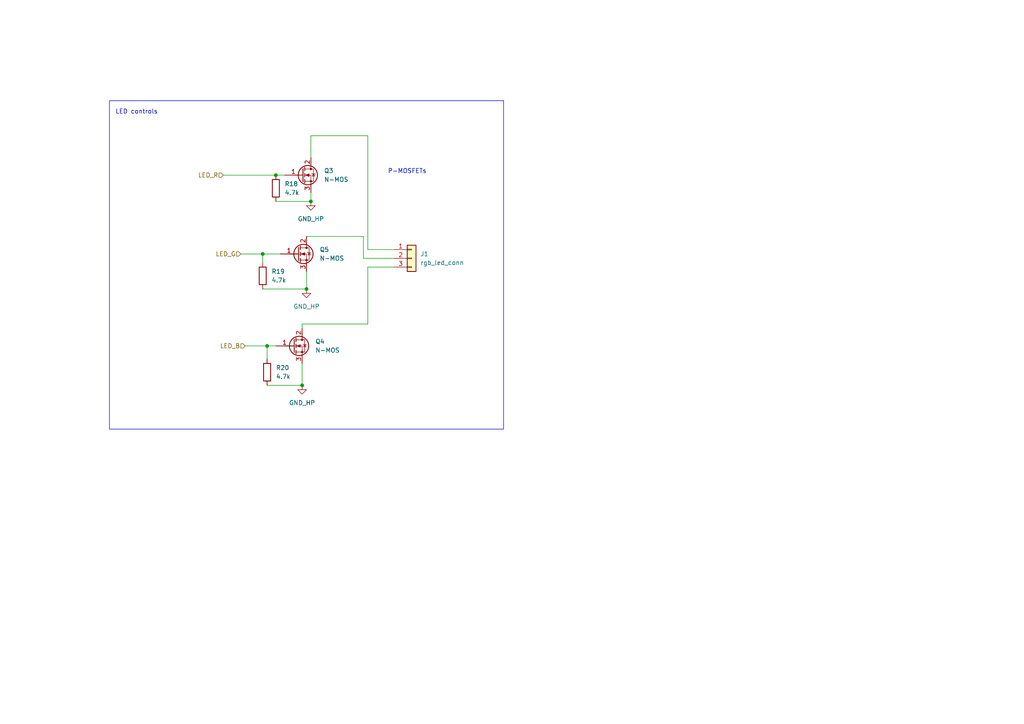
<source format=kicad_sch>
(kicad_sch (version 20231120) (generator "eeschema") (generator_version "8.0")
  (paper "A4")
  (lib_symbols
    (symbol "Connector_Generic:Conn_01x03" (pin_names (offset 1.016) hide)
      (property "Reference" "J" (at 0 5.08 0))
      (property "Value" "Conn_01x03" (at 0 -5.08 0))
      (symbol "Conn_01x03_1_1"
        (rectangle (start -1.27 -2.413) (end 0 -2.667) (stroke (width 0.1524)))
        (rectangle (start -1.27 0.127) (end 0 -0.127) (stroke (width 0.1524)))
        (rectangle (start -1.27 2.667) (end 0 2.413) (stroke (width 0.1524)))
        (rectangle (start -1.27 3.81) (end 1.27 -3.81) (stroke (width 0.254)) (fill (type background)))
        (pin passive line (at -5.08 2.54 0) (length 3.81) (name "Pin_1") (number "1"))
        (pin passive line (at -5.08 0 0) (length 3.81) (name "Pin_2") (number "2"))
        (pin passive line (at -5.08 -2.54 0) (length 3.81) (name "Pin_3") (number "3"))
      )
    )
    (symbol "Device:R" (pin_numbers hide) (pin_names (offset 0))
      (property "Reference" "R" (at 2.032 0 90))
      (property "Value" "R" (at 0 0 90))
      (symbol "R_0_1"
        (rectangle (start -1.016 -2.54) (end 1.016 2.54) (stroke (width 0.254)))
      )
      (symbol "R_1_1"
        (pin passive line (at 0 3.81 270) (length 1.27) (name "~") (number "1"))
        (pin passive line (at 0 -3.81 90) (length 1.27) (name "~") (number "2"))
      )
    )
    (symbol "Transistor_FET:BSP129" (pin_names hide)
      (property "Reference" "Q" (at 5.08 1.905 0))
      (property "Value" "BSP129" (at 5.08 0 0))
      (symbol "BSP129_0_1"
        (polyline (pts (xy 0.254 0) (xy -2.54 0)))
        (polyline (pts (xy 0.254 1.905) (xy 0.254 -1.905)) (stroke (width 0.254)))
        (polyline (pts (xy 0.762 -1.27) (xy 0.762 -2.286)) (stroke (width 0.254)))
        (polyline (pts (xy 0.762 0.508) (xy 0.762 -0.508)) (stroke (width 0.254)))
        (polyline (pts (xy 0.762 2.286) (xy 0.762 1.27)) (stroke (width 0.254)))
        (polyline (pts (xy 2.54 2.54) (xy 2.54 1.778)))
        (polyline (pts (xy 2.54 -2.54) (xy 2.54 0) (xy 0.762 0)))
        (polyline (pts (xy 0.762 -1.778) (xy 3.302 -1.778) (xy 3.302 1.778) (xy 0.762 1.778)))
        (polyline (pts (xy 1.016 0) (xy 2.032 0.381) (xy 2.032 -0.381) (xy 1.016 0)) (fill (type outline)))
        (polyline (pts (xy 2.794 0.508) (xy 2.921 0.381) (xy 3.683 0.381) (xy 3.81 0.254)))
        (polyline (pts (xy 3.302 0.381) (xy 2.921 -0.254) (xy 3.683 -0.254) (xy 3.302 0.381)))
        (circle (center 1.651 0) (radius 2.794) (stroke (width 0.254)))
        (circle (center 2.54 -1.778) (radius 0.254) (fill (type outline)))
        (circle (center 2.54 1.778) (radius 0.254) (fill (type outline)))
      )
      (symbol "BSP129_1_1"
        (pin input line (at -5.08 0 0) (length 5.08) (name "G") (number "1"))
        (pin passive line (at 2.54 5.08 270) (length 2.54) (name "D") (number "2"))
        (pin passive line (at 2.54 -5.08 90) (length 2.54) (name "S") (number "3"))
      )
    )
    (symbol "power:GND1" (power) (pin_numbers hide) (pin_names (offset 0) hide)
      (property "Value" "GND1" (at 0 -3.81 0))
      (symbol "GND1_0_1"
        (polyline (pts (xy 0 0) (xy 0 -1.27) (xy 1.27 -1.27) (xy 0 -2.54) (xy -1.27 -1.27) (xy 0 -1.27)))
      )
      (symbol "GND1_1_1"
        (pin power_in line (at 0 0 270) (length 0) (name "~") (number "1"))
      )
    )
  )
  (junction (at 80.01 50.8))
  (junction (at 76.2 73.66))
  (junction (at 90.17 58.42))
  (junction (at 87.63 111.76))
  (junction (at 77.47 100.33))
  (junction (at 88.9 83.82))
  (wire (pts (xy 76.2 73.66) (xy 81.28 73.66)))
  (wire (pts (xy 114.3 72.39) (xy 106.68 72.39)))
  (wire (pts (xy 106.68 39.37) (xy 90.17 39.37)))
  (wire (pts (xy 77.47 100.33) (xy 80.01 100.33)))
  (wire (pts (xy 69.85 73.66) (xy 76.2 73.66)))
  (wire (pts (xy 106.68 39.37) (xy 106.68 72.39)))
  (wire (pts (xy 64.77 50.8) (xy 80.01 50.8)))
  (wire (pts (xy 87.63 105.41) (xy 87.63 111.76)))
  (wire (pts (xy 87.63 93.98) (xy 106.68 93.98)))
  (wire (pts (xy 80.01 50.8) (xy 82.55 50.8)))
  (wire (pts (xy 88.9 68.58) (xy 105.41 68.58)))
  (wire (pts (xy 76.2 73.66) (xy 76.2 76.2)))
  (wire (pts (xy 106.68 93.98) (xy 106.68 77.47)))
  (wire (pts (xy 105.41 68.58) (xy 105.41 74.93)))
  (wire (pts (xy 105.41 74.93) (xy 114.3 74.93)))
  (wire (pts (xy 77.47 100.33) (xy 77.47 104.14)))
  (wire (pts (xy 77.47 111.76) (xy 87.63 111.76)))
  (wire (pts (xy 87.63 95.25) (xy 87.63 93.98)))
  (wire (pts (xy 88.9 78.74) (xy 88.9 83.82)))
  (wire (pts (xy 76.2 83.82) (xy 88.9 83.82)))
  (wire (pts (xy 90.17 58.42) (xy 90.17 55.88)))
  (wire (pts (xy 106.68 77.47) (xy 114.3 77.47)))
  (wire (pts (xy 71.12 100.33) (xy 77.47 100.33)))
  (wire (pts (xy 80.01 58.42) (xy 90.17 58.42)))
  (wire (pts (xy 90.17 39.37) (xy 90.17 45.72)))
  (rectangle (start 31.75 29.21) (end 146.05 124.46))
  (text "LED controls\n" (at 39.624 32.512 0) (effects (font (size 1.27 1.27))))
  (text "P-MOSFETs" (at 118.11 49.784 0) (effects (font (size 1.27 1.27))))
  (hierarchical_label "LED_R" (shape input) (at 64.77 50.8 180))
  (hierarchical_label "LED_B" (shape input) (at 71.12 100.33 180))
  (hierarchical_label "LED_G" (shape input) (at 69.85 73.66 180))
  (symbol (lib_id "Device:R") (at 77.47 107.95 0) (unit 1)
    (property "Reference" "R20" (at 80.01 106.6799 0) (effects (justify left)))
    (property "Value" "4.7k" (at 80.01 109.2199 0) (effects (justify left)))
    (property "Footprint" "Resistor_SMD:R_0805_2012Metric_Pad1.20x1.40mm_HandSolder" (effects (hide yes)))
    (property "Description" "Resistor" (effects (hide yes)))
  )
  (symbol (lib_id "power:GND1") (at 88.9 83.82 0) (unit 1)
    (property "Reference" "#PWR044" (effects (hide yes)))
    (property "Value" "GND_HP" (at 88.9 88.9 0))
    (property "Description" "Power symbol creates a global label with name \"GND1\" , ground" (effects (hide yes)))
  )
  (symbol (lib_id "Connector_Generic:Conn_01x03") (at 119.38 74.93 0) (unit 1)
    (property "Reference" "J1" (at 121.92 73.6599 0) (effects (justify left)))
    (property "Value" "rgb_led_conn" (at 121.92 76.1999 0) (effects (justify left)))
    (property "Footprint" "TerminalBlock:TerminalBlock_Xinya_XY308-2.54-3P_1x03_P2.54mm_Horizontal" (effects (hide yes)))
    (property "Description" "Generic connector, single row, 01x03, script generated (kicad-library-utils/schlib/autogen/connector/)" (effects (hide yes)))
  )
  (symbol (lib_id "Transistor_FET:BSP129") (at 85.09 100.33 0) (unit 1)
    (property "Reference" "Q4" (at 91.44 99.0599 0) (effects (justify left)))
    (property "Value" "N-MOS" (at 91.44 101.5999 0) (effects (justify left)))
    (property "Footprint" "Package_TO_SOT_SMD:SOT-23" (effects (hide yes)))
    (property "Datasheet" "https://www.infineon.com/dgdl/Infineon-BSP129-DS-v01_42-en.pdf?fileId=db3a30433c1a8752013c1fc296d2395f" (effects (hide yes)))
    (property "Description" "0.35A Id, 240V Vds, N-Channel MOSFET, SOT-223" (effects (hide yes)))
  )
  (symbol (lib_id "Device:R") (at 80.01 54.61 0) (unit 1)
    (property "Reference" "R18" (at 82.55 53.3399 0) (effects (justify left)))
    (property "Value" "4.7k" (at 82.55 55.8799 0) (effects (justify left)))
    (property "Footprint" "Resistor_SMD:R_0805_2012Metric_Pad1.20x1.40mm_HandSolder" (effects (hide yes)))
    (property "Description" "Resistor" (effects (hide yes)))
  )
  (symbol (lib_id "Transistor_FET:BSP129") (at 87.63 50.8 0) (unit 1)
    (property "Reference" "Q3" (at 93.98 49.5299 0) (effects (justify left)))
    (property "Value" "N-MOS" (at 93.98 52.0699 0) (effects (justify left)))
    (property "Footprint" "Package_TO_SOT_SMD:SOT-23" (effects (hide yes)))
    (property "Datasheet" "https://www.infineon.com/dgdl/Infineon-BSP129-DS-v01_42-en.pdf?fileId=db3a30433c1a8752013c1fc296d2395f" (effects (hide yes)))
    (property "Description" "0.35A Id, 240V Vds, N-Channel MOSFET, SOT-223" (effects (hide yes)))
  )
  (symbol (lib_id "power:GND1") (at 90.17 58.42 0) (unit 1)
    (property "Reference" "#PWR016" (effects (hide yes)))
    (property "Value" "GND_HP" (at 90.17 63.5 0))
    (property "Description" "Power symbol creates a global label with name \"GND1\" , ground" (effects (hide yes)))
  )
  (symbol (lib_id "Transistor_FET:BSP129") (at 86.36 73.66 0) (unit 1)
    (property "Reference" "Q5" (at 92.71 72.3899 0) (effects (justify left)))
    (property "Value" "N-MOS" (at 92.71 74.9299 0) (effects (justify left)))
    (property "Footprint" "Package_TO_SOT_SMD:SOT-23" (effects (hide yes)))
    (property "Datasheet" "https://www.infineon.com/dgdl/Infineon-BSP129-DS-v01_42-en.pdf?fileId=db3a30433c1a8752013c1fc296d2395f" (effects (hide yes)))
    (property "Description" "0.35A Id, 240V Vds, N-Channel MOSFET, SOT-223" (effects (hide yes)))
  )
  (symbol (lib_id "power:GND1") (at 87.63 111.76 0) (unit 1)
    (property "Reference" "#PWR019" (effects (hide yes)))
    (property "Value" "GND_HP" (at 87.63 116.84 0))
    (property "Description" "Power symbol creates a global label with name \"GND1\" , ground" (effects (hide yes)))
  )
  (symbol (lib_id "Device:R") (at 76.2 80.01 0) (unit 1)
    (property "Reference" "R19" (at 78.74 78.7399 0) (effects (justify left)))
    (property "Value" "4.7k" (at 78.74 81.2799 0) (effects (justify left)))
    (property "Footprint" "Resistor_SMD:R_0805_2012Metric_Pad1.20x1.40mm_HandSolder" (effects (hide yes)))
    (property "Description" "Resistor" (effects (hide yes)))
  )
)
</source>
